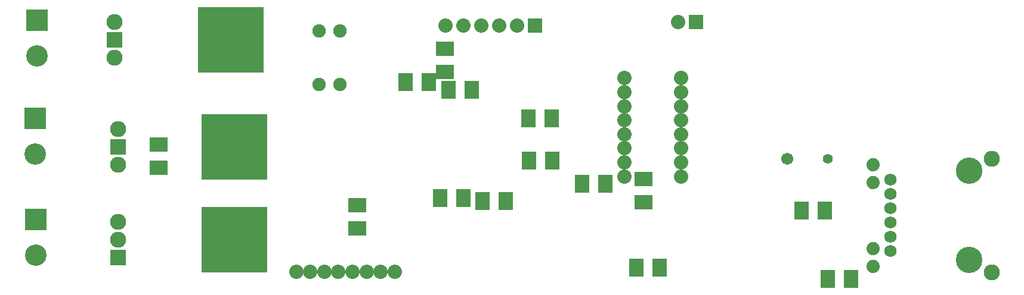
<source format=gbs>
G04 (created by PCBNEW-RS274X (2012-01-19 BZR 3256)-stable) date 11/1/2012 8:28:19 AM*
G01*
G70*
G90*
%MOIN*%
G04 Gerber Fmt 3.4, Leading zero omitted, Abs format*
%FSLAX34Y34*%
G04 APERTURE LIST*
%ADD10C,0.006000*%
%ADD11R,0.090000X0.090000*%
%ADD12C,0.090000*%
%ADD13R,0.370000X0.370000*%
%ADD14R,0.080000X0.100000*%
%ADD15R,0.100000X0.080000*%
%ADD16R,0.080000X0.080000*%
%ADD17C,0.080000*%
%ADD18C,0.075000*%
%ADD19C,0.067200*%
%ADD20C,0.055400*%
%ADD21R,0.120000X0.120000*%
%ADD22C,0.120000*%
%ADD23C,0.074000*%
%ADD24C,0.069000*%
%ADD25C,0.148000*%
G04 APERTURE END LIST*
G54D10*
G54D11*
X36200Y-45700D03*
G54D12*
X36200Y-43700D03*
X36200Y-44700D03*
G54D13*
X42700Y-44700D03*
G54D14*
X52250Y-35850D03*
X53550Y-35850D03*
X66450Y-46250D03*
X65150Y-46250D03*
G54D15*
X65550Y-42600D03*
X65550Y-41300D03*
G54D14*
X55950Y-36300D03*
X54650Y-36300D03*
X74400Y-43050D03*
X75700Y-43050D03*
X59125Y-37900D03*
X60425Y-37900D03*
G54D15*
X54450Y-35300D03*
X54450Y-34000D03*
G54D14*
X59150Y-40250D03*
X60450Y-40250D03*
X55500Y-42350D03*
X54200Y-42350D03*
X56550Y-42525D03*
X57850Y-42525D03*
X62125Y-41575D03*
X63425Y-41575D03*
G54D15*
X49550Y-42750D03*
X49550Y-44050D03*
X38450Y-40650D03*
X38450Y-39350D03*
G54D16*
X68500Y-32500D03*
G54D17*
X67500Y-32500D03*
G54D16*
X59500Y-32700D03*
G54D17*
X58500Y-32700D03*
X57500Y-32700D03*
X56500Y-32700D03*
X55500Y-32700D03*
X54500Y-32700D03*
G54D13*
X42500Y-33500D03*
G54D12*
X36000Y-32500D03*
G54D11*
X36000Y-33500D03*
G54D12*
X36000Y-34500D03*
G54D13*
X42700Y-39500D03*
G54D12*
X36200Y-38500D03*
G54D11*
X36200Y-39500D03*
G54D12*
X36200Y-40500D03*
G54D18*
X47409Y-36000D03*
X48591Y-36000D03*
X47409Y-33000D03*
X48591Y-33000D03*
G54D17*
X64500Y-38787D03*
X64500Y-38000D03*
X64500Y-39575D03*
X64500Y-37213D03*
X64500Y-36425D03*
X64500Y-40362D03*
X64500Y-35638D03*
X64500Y-41150D03*
X67650Y-38787D03*
X67650Y-38000D03*
X67650Y-39575D03*
X67650Y-37213D03*
X67650Y-36425D03*
X67650Y-40362D03*
X67650Y-35638D03*
X67650Y-41150D03*
G54D19*
X73600Y-40150D03*
G54D20*
X75864Y-40150D03*
G54D14*
X75850Y-46900D03*
X77150Y-46900D03*
G54D17*
X49287Y-46500D03*
X48500Y-46500D03*
X50075Y-46500D03*
X47713Y-46500D03*
X46925Y-46500D03*
X50862Y-46500D03*
X46138Y-46500D03*
X51650Y-46500D03*
G54D21*
X31600Y-43550D03*
G54D22*
X31600Y-45550D03*
G54D21*
X31650Y-32400D03*
G54D22*
X31650Y-34400D03*
G54D21*
X31550Y-37900D03*
G54D22*
X31550Y-39900D03*
G54D23*
X78400Y-40500D03*
X78400Y-41500D03*
X78400Y-45180D03*
X78400Y-46180D03*
G54D24*
X79370Y-41340D03*
X79370Y-42140D03*
X79370Y-42940D03*
X79370Y-43740D03*
X79370Y-44540D03*
X79370Y-45340D03*
G54D25*
X83770Y-40840D03*
X83770Y-45840D03*
G54D12*
X85020Y-40165D03*
X85020Y-46515D03*
M02*

</source>
